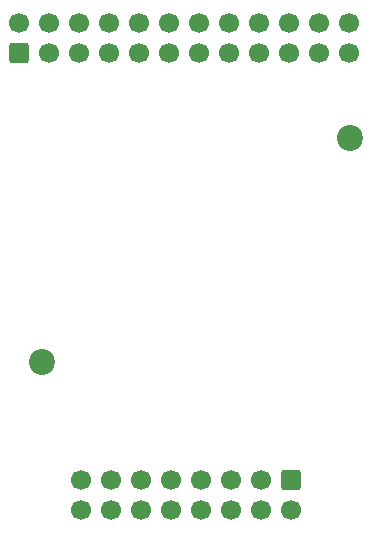
<source format=gbs>
G04 #@! TF.GenerationSoftware,KiCad,Pcbnew,7.0.1*
G04 #@! TF.CreationDate,2023-03-17T04:05:38+02:00*
G04 #@! TF.ProjectId,probe-pcb,70726f62-652d-4706-9362-2e6b69636164,rev?*
G04 #@! TF.SameCoordinates,Original*
G04 #@! TF.FileFunction,Soldermask,Bot*
G04 #@! TF.FilePolarity,Negative*
%FSLAX46Y46*%
G04 Gerber Fmt 4.6, Leading zero omitted, Abs format (unit mm)*
G04 Created by KiCad (PCBNEW 7.0.1) date 2023-03-17 04:05:38*
%MOMM*%
%LPD*%
G01*
G04 APERTURE LIST*
G04 Aperture macros list*
%AMRoundRect*
0 Rectangle with rounded corners*
0 $1 Rounding radius*
0 $2 $3 $4 $5 $6 $7 $8 $9 X,Y pos of 4 corners*
0 Add a 4 corners polygon primitive as box body*
4,1,4,$2,$3,$4,$5,$6,$7,$8,$9,$2,$3,0*
0 Add four circle primitives for the rounded corners*
1,1,$1+$1,$2,$3*
1,1,$1+$1,$4,$5*
1,1,$1+$1,$6,$7*
1,1,$1+$1,$8,$9*
0 Add four rect primitives between the rounded corners*
20,1,$1+$1,$2,$3,$4,$5,0*
20,1,$1+$1,$4,$5,$6,$7,0*
20,1,$1+$1,$6,$7,$8,$9,0*
20,1,$1+$1,$8,$9,$2,$3,0*%
G04 Aperture macros list end*
%ADD10C,2.200000*%
%ADD11RoundRect,0.250000X-0.600000X0.600000X-0.600000X-0.600000X0.600000X-0.600000X0.600000X0.600000X0*%
%ADD12C,1.700000*%
%ADD13RoundRect,0.250000X0.600000X-0.600000X0.600000X0.600000X-0.600000X0.600000X-0.600000X-0.600000X0*%
G04 APERTURE END LIST*
D10*
G04 #@! TO.C,H1*
X101450000Y-86450000D03*
G04 #@! TD*
G04 #@! TO.C,H2*
X127450000Y-67450000D03*
G04 #@! TD*
D11*
G04 #@! TO.C,J1*
X122470000Y-96450000D03*
D12*
X122470000Y-98990000D03*
X119930000Y-96450000D03*
X119930000Y-98990000D03*
X117390000Y-96450000D03*
X117390000Y-98990000D03*
X114850000Y-96450000D03*
X114850000Y-98990000D03*
X112310000Y-96450000D03*
X112310000Y-98990000D03*
X109770000Y-96450000D03*
X109770000Y-98990000D03*
X107230000Y-96450000D03*
X107230000Y-98990000D03*
X104690000Y-96450000D03*
X104690000Y-98990000D03*
G04 #@! TD*
D13*
G04 #@! TO.C,J2*
X99458000Y-60259000D03*
D12*
X99458000Y-57719000D03*
X101998000Y-60259000D03*
X101998000Y-57719000D03*
X104538000Y-60259000D03*
X104538000Y-57719000D03*
X107078000Y-60259000D03*
X107078000Y-57719000D03*
X109618000Y-60259000D03*
X109618000Y-57719000D03*
X112158000Y-60259000D03*
X112158000Y-57719000D03*
X114698000Y-60259000D03*
X114698000Y-57719000D03*
X117238000Y-60259000D03*
X117238000Y-57719000D03*
X119778000Y-60259000D03*
X119778000Y-57719000D03*
X122318000Y-60259000D03*
X122318000Y-57719000D03*
X124858000Y-60259000D03*
X124858000Y-57719000D03*
X127398000Y-60259000D03*
X127398000Y-57719000D03*
G04 #@! TD*
M02*

</source>
